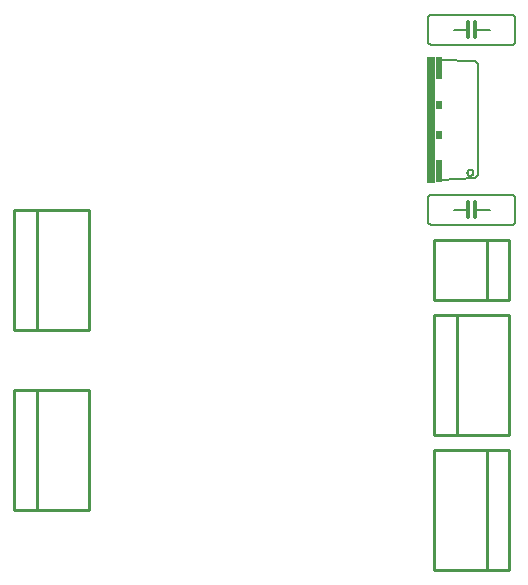
<source format=gto>
G75*
%MOIN*%
%OFA0B0*%
%FSLAX25Y25*%
%IPPOS*%
%LPD*%
%AMOC8*
5,1,8,0,0,1.08239X$1,22.5*
%
%ADD10C,0.01000*%
%ADD11C,0.01200*%
%ADD12C,0.00600*%
%ADD13C,0.00500*%
%ADD14R,0.03000X0.42000*%
%ADD15R,0.02000X0.07500*%
%ADD16R,0.02000X0.03000*%
D10*
X0008833Y0042000D02*
X0016333Y0042000D01*
X0016333Y0082000D01*
X0033833Y0082000D01*
X0033833Y0042000D01*
X0016333Y0042000D01*
X0008833Y0042000D02*
X0008833Y0082000D01*
X0016333Y0082000D01*
X0016333Y0102000D02*
X0008833Y0102000D01*
X0008833Y0142000D01*
X0016333Y0142000D01*
X0016333Y0102000D01*
X0033833Y0102000D01*
X0033833Y0142000D01*
X0016333Y0142000D01*
X0148833Y0132000D02*
X0148833Y0112000D01*
X0166333Y0112000D01*
X0166333Y0132000D01*
X0173833Y0132000D01*
X0173833Y0112000D01*
X0166333Y0112000D01*
X0173833Y0107000D02*
X0173833Y0067000D01*
X0156333Y0067000D01*
X0156333Y0107000D01*
X0173833Y0107000D01*
X0156333Y0107000D02*
X0148833Y0107000D01*
X0148833Y0067000D01*
X0156333Y0067000D01*
X0148833Y0062000D02*
X0166333Y0062000D01*
X0166333Y0022000D01*
X0148833Y0022000D01*
X0148833Y0062000D01*
X0166333Y0062000D02*
X0173833Y0062000D01*
X0173833Y0022000D01*
X0166333Y0022000D01*
X0166333Y0132000D02*
X0148833Y0132000D01*
D11*
X0160133Y0139500D02*
X0160133Y0142000D01*
X0160133Y0144500D01*
X0162633Y0144500D02*
X0162633Y0142000D01*
X0162633Y0139500D01*
X0162633Y0199500D02*
X0162633Y0202000D01*
X0162633Y0204500D01*
X0160133Y0204500D02*
X0160133Y0202000D01*
X0160133Y0199500D01*
D12*
X0160133Y0202000D02*
X0155333Y0202000D01*
X0162633Y0202000D02*
X0167333Y0202000D01*
X0174833Y0197000D02*
X0174893Y0197002D01*
X0174954Y0197007D01*
X0175013Y0197016D01*
X0175072Y0197029D01*
X0175131Y0197045D01*
X0175188Y0197065D01*
X0175243Y0197088D01*
X0175298Y0197115D01*
X0175350Y0197144D01*
X0175401Y0197177D01*
X0175450Y0197213D01*
X0175496Y0197251D01*
X0175540Y0197293D01*
X0175582Y0197337D01*
X0175620Y0197383D01*
X0175656Y0197432D01*
X0175689Y0197483D01*
X0175718Y0197535D01*
X0175745Y0197590D01*
X0175768Y0197645D01*
X0175788Y0197702D01*
X0175804Y0197761D01*
X0175817Y0197820D01*
X0175826Y0197879D01*
X0175831Y0197940D01*
X0175833Y0198000D01*
X0175833Y0206000D01*
X0175831Y0206060D01*
X0175826Y0206121D01*
X0175817Y0206180D01*
X0175804Y0206239D01*
X0175788Y0206298D01*
X0175768Y0206355D01*
X0175745Y0206410D01*
X0175718Y0206465D01*
X0175689Y0206517D01*
X0175656Y0206568D01*
X0175620Y0206617D01*
X0175582Y0206663D01*
X0175540Y0206707D01*
X0175496Y0206749D01*
X0175450Y0206787D01*
X0175401Y0206823D01*
X0175350Y0206856D01*
X0175298Y0206885D01*
X0175243Y0206912D01*
X0175188Y0206935D01*
X0175131Y0206955D01*
X0175072Y0206971D01*
X0175013Y0206984D01*
X0174954Y0206993D01*
X0174893Y0206998D01*
X0174833Y0207000D01*
X0147833Y0207000D01*
X0147773Y0206998D01*
X0147712Y0206993D01*
X0147653Y0206984D01*
X0147594Y0206971D01*
X0147535Y0206955D01*
X0147478Y0206935D01*
X0147423Y0206912D01*
X0147368Y0206885D01*
X0147316Y0206856D01*
X0147265Y0206823D01*
X0147216Y0206787D01*
X0147170Y0206749D01*
X0147126Y0206707D01*
X0147084Y0206663D01*
X0147046Y0206617D01*
X0147010Y0206568D01*
X0146977Y0206517D01*
X0146948Y0206465D01*
X0146921Y0206410D01*
X0146898Y0206355D01*
X0146878Y0206298D01*
X0146862Y0206239D01*
X0146849Y0206180D01*
X0146840Y0206121D01*
X0146835Y0206060D01*
X0146833Y0206000D01*
X0146833Y0198000D01*
X0146835Y0197940D01*
X0146840Y0197879D01*
X0146849Y0197820D01*
X0146862Y0197761D01*
X0146878Y0197702D01*
X0146898Y0197645D01*
X0146921Y0197590D01*
X0146948Y0197535D01*
X0146977Y0197483D01*
X0147010Y0197432D01*
X0147046Y0197383D01*
X0147084Y0197337D01*
X0147126Y0197293D01*
X0147170Y0197251D01*
X0147216Y0197213D01*
X0147265Y0197177D01*
X0147316Y0197144D01*
X0147368Y0197115D01*
X0147423Y0197088D01*
X0147478Y0197065D01*
X0147535Y0197045D01*
X0147594Y0197029D01*
X0147653Y0197016D01*
X0147712Y0197007D01*
X0147773Y0197002D01*
X0147833Y0197000D01*
X0174833Y0197000D01*
X0174833Y0147000D02*
X0147833Y0147000D01*
X0147773Y0146998D01*
X0147712Y0146993D01*
X0147653Y0146984D01*
X0147594Y0146971D01*
X0147535Y0146955D01*
X0147478Y0146935D01*
X0147423Y0146912D01*
X0147368Y0146885D01*
X0147316Y0146856D01*
X0147265Y0146823D01*
X0147216Y0146787D01*
X0147170Y0146749D01*
X0147126Y0146707D01*
X0147084Y0146663D01*
X0147046Y0146617D01*
X0147010Y0146568D01*
X0146977Y0146517D01*
X0146948Y0146465D01*
X0146921Y0146410D01*
X0146898Y0146355D01*
X0146878Y0146298D01*
X0146862Y0146239D01*
X0146849Y0146180D01*
X0146840Y0146121D01*
X0146835Y0146060D01*
X0146833Y0146000D01*
X0146833Y0138000D01*
X0146835Y0137940D01*
X0146840Y0137879D01*
X0146849Y0137820D01*
X0146862Y0137761D01*
X0146878Y0137702D01*
X0146898Y0137645D01*
X0146921Y0137590D01*
X0146948Y0137535D01*
X0146977Y0137483D01*
X0147010Y0137432D01*
X0147046Y0137383D01*
X0147084Y0137337D01*
X0147126Y0137293D01*
X0147170Y0137251D01*
X0147216Y0137213D01*
X0147265Y0137177D01*
X0147316Y0137144D01*
X0147368Y0137115D01*
X0147423Y0137088D01*
X0147478Y0137065D01*
X0147535Y0137045D01*
X0147594Y0137029D01*
X0147653Y0137016D01*
X0147712Y0137007D01*
X0147773Y0137002D01*
X0147833Y0137000D01*
X0174833Y0137000D01*
X0174893Y0137002D01*
X0174954Y0137007D01*
X0175013Y0137016D01*
X0175072Y0137029D01*
X0175131Y0137045D01*
X0175188Y0137065D01*
X0175243Y0137088D01*
X0175298Y0137115D01*
X0175350Y0137144D01*
X0175401Y0137177D01*
X0175450Y0137213D01*
X0175496Y0137251D01*
X0175540Y0137293D01*
X0175582Y0137337D01*
X0175620Y0137383D01*
X0175656Y0137432D01*
X0175689Y0137483D01*
X0175718Y0137535D01*
X0175745Y0137590D01*
X0175768Y0137645D01*
X0175788Y0137702D01*
X0175804Y0137761D01*
X0175817Y0137820D01*
X0175826Y0137879D01*
X0175831Y0137940D01*
X0175833Y0138000D01*
X0175833Y0146000D01*
X0175831Y0146060D01*
X0175826Y0146121D01*
X0175817Y0146180D01*
X0175804Y0146239D01*
X0175788Y0146298D01*
X0175768Y0146355D01*
X0175745Y0146410D01*
X0175718Y0146465D01*
X0175689Y0146517D01*
X0175656Y0146568D01*
X0175620Y0146617D01*
X0175582Y0146663D01*
X0175540Y0146707D01*
X0175496Y0146749D01*
X0175450Y0146787D01*
X0175401Y0146823D01*
X0175350Y0146856D01*
X0175298Y0146885D01*
X0175243Y0146912D01*
X0175188Y0146935D01*
X0175131Y0146955D01*
X0175072Y0146971D01*
X0175013Y0146984D01*
X0174954Y0146993D01*
X0174893Y0146998D01*
X0174833Y0147000D01*
X0167333Y0142000D02*
X0162633Y0142000D01*
X0160133Y0142000D02*
X0155333Y0142000D01*
D13*
X0150833Y0152000D02*
X0162333Y0152500D01*
X0163333Y0153500D01*
X0163333Y0190500D01*
X0162333Y0191500D01*
X0150833Y0192000D01*
X0159933Y0154300D02*
X0159935Y0154363D01*
X0159941Y0154425D01*
X0159951Y0154487D01*
X0159964Y0154549D01*
X0159982Y0154609D01*
X0160003Y0154668D01*
X0160028Y0154726D01*
X0160057Y0154782D01*
X0160089Y0154836D01*
X0160124Y0154888D01*
X0160162Y0154937D01*
X0160204Y0154985D01*
X0160248Y0155029D01*
X0160296Y0155071D01*
X0160345Y0155109D01*
X0160397Y0155144D01*
X0160451Y0155176D01*
X0160507Y0155205D01*
X0160565Y0155230D01*
X0160624Y0155251D01*
X0160684Y0155269D01*
X0160746Y0155282D01*
X0160808Y0155292D01*
X0160870Y0155298D01*
X0160933Y0155300D01*
X0160996Y0155298D01*
X0161058Y0155292D01*
X0161120Y0155282D01*
X0161182Y0155269D01*
X0161242Y0155251D01*
X0161301Y0155230D01*
X0161359Y0155205D01*
X0161415Y0155176D01*
X0161469Y0155144D01*
X0161521Y0155109D01*
X0161570Y0155071D01*
X0161618Y0155029D01*
X0161662Y0154985D01*
X0161704Y0154937D01*
X0161742Y0154888D01*
X0161777Y0154836D01*
X0161809Y0154782D01*
X0161838Y0154726D01*
X0161863Y0154668D01*
X0161884Y0154609D01*
X0161902Y0154549D01*
X0161915Y0154487D01*
X0161925Y0154425D01*
X0161931Y0154363D01*
X0161933Y0154300D01*
X0161931Y0154237D01*
X0161925Y0154175D01*
X0161915Y0154113D01*
X0161902Y0154051D01*
X0161884Y0153991D01*
X0161863Y0153932D01*
X0161838Y0153874D01*
X0161809Y0153818D01*
X0161777Y0153764D01*
X0161742Y0153712D01*
X0161704Y0153663D01*
X0161662Y0153615D01*
X0161618Y0153571D01*
X0161570Y0153529D01*
X0161521Y0153491D01*
X0161469Y0153456D01*
X0161415Y0153424D01*
X0161359Y0153395D01*
X0161301Y0153370D01*
X0161242Y0153349D01*
X0161182Y0153331D01*
X0161120Y0153318D01*
X0161058Y0153308D01*
X0160996Y0153302D01*
X0160933Y0153300D01*
X0160870Y0153302D01*
X0160808Y0153308D01*
X0160746Y0153318D01*
X0160684Y0153331D01*
X0160624Y0153349D01*
X0160565Y0153370D01*
X0160507Y0153395D01*
X0160451Y0153424D01*
X0160397Y0153456D01*
X0160345Y0153491D01*
X0160296Y0153529D01*
X0160248Y0153571D01*
X0160204Y0153615D01*
X0160162Y0153663D01*
X0160124Y0153712D01*
X0160089Y0153764D01*
X0160057Y0153818D01*
X0160028Y0153874D01*
X0160003Y0153932D01*
X0159982Y0153991D01*
X0159964Y0154051D01*
X0159951Y0154113D01*
X0159941Y0154175D01*
X0159935Y0154237D01*
X0159933Y0154300D01*
D14*
X0147833Y0172000D03*
D15*
X0150333Y0154750D03*
X0150333Y0189250D03*
D16*
X0150333Y0177000D03*
X0150333Y0167000D03*
M02*

</source>
